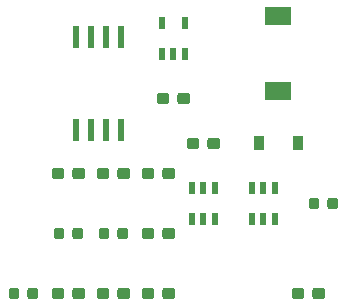
<source format=gbr>
G04 #@! TF.GenerationSoftware,KiCad,Pcbnew,(5.1.2)-1*
G04 #@! TF.CreationDate,2019-09-27T08:17:10+00:00*
G04 #@! TF.ProjectId,lilikitPCB,6c696c69-6b69-4745-9043-422e6b696361,V01*
G04 #@! TF.SameCoordinates,Original*
G04 #@! TF.FileFunction,Paste,Top*
G04 #@! TF.FilePolarity,Positive*
%FSLAX46Y46*%
G04 Gerber Fmt 4.6, Leading zero omitted, Abs format (unit mm)*
G04 Created by KiCad (PCBNEW (5.1.2)-1) date 2019-09-27 08:17:10*
%MOMM*%
%LPD*%
G04 APERTURE LIST*
%ADD10R,0.900000X1.200000*%
%ADD11R,2.200000X1.500000*%
%ADD12C,0.100000*%
%ADD13C,0.950000*%
%ADD14R,0.600000X1.900000*%
%ADD15R,0.600000X1.050000*%
%ADD16C,0.875000*%
G04 APERTURE END LIST*
D10*
X105030000Y-95250000D03*
X108330000Y-95250000D03*
D11*
X106680000Y-84430000D03*
X106680000Y-90830000D03*
D12*
G36*
X90085779Y-97316144D02*
G01*
X90108834Y-97319563D01*
X90131443Y-97325227D01*
X90153387Y-97333079D01*
X90174457Y-97343044D01*
X90194448Y-97355026D01*
X90213168Y-97368910D01*
X90230438Y-97384562D01*
X90246090Y-97401832D01*
X90259974Y-97420552D01*
X90271956Y-97440543D01*
X90281921Y-97461613D01*
X90289773Y-97483557D01*
X90295437Y-97506166D01*
X90298856Y-97529221D01*
X90300000Y-97552500D01*
X90300000Y-98027500D01*
X90298856Y-98050779D01*
X90295437Y-98073834D01*
X90289773Y-98096443D01*
X90281921Y-98118387D01*
X90271956Y-98139457D01*
X90259974Y-98159448D01*
X90246090Y-98178168D01*
X90230438Y-98195438D01*
X90213168Y-98211090D01*
X90194448Y-98224974D01*
X90174457Y-98236956D01*
X90153387Y-98246921D01*
X90131443Y-98254773D01*
X90108834Y-98260437D01*
X90085779Y-98263856D01*
X90062500Y-98265000D01*
X89487500Y-98265000D01*
X89464221Y-98263856D01*
X89441166Y-98260437D01*
X89418557Y-98254773D01*
X89396613Y-98246921D01*
X89375543Y-98236956D01*
X89355552Y-98224974D01*
X89336832Y-98211090D01*
X89319562Y-98195438D01*
X89303910Y-98178168D01*
X89290026Y-98159448D01*
X89278044Y-98139457D01*
X89268079Y-98118387D01*
X89260227Y-98096443D01*
X89254563Y-98073834D01*
X89251144Y-98050779D01*
X89250000Y-98027500D01*
X89250000Y-97552500D01*
X89251144Y-97529221D01*
X89254563Y-97506166D01*
X89260227Y-97483557D01*
X89268079Y-97461613D01*
X89278044Y-97440543D01*
X89290026Y-97420552D01*
X89303910Y-97401832D01*
X89319562Y-97384562D01*
X89336832Y-97368910D01*
X89355552Y-97355026D01*
X89375543Y-97343044D01*
X89396613Y-97333079D01*
X89418557Y-97325227D01*
X89441166Y-97319563D01*
X89464221Y-97316144D01*
X89487500Y-97315000D01*
X90062500Y-97315000D01*
X90085779Y-97316144D01*
X90085779Y-97316144D01*
G37*
D13*
X89775000Y-97790000D03*
D12*
G36*
X88335779Y-97316144D02*
G01*
X88358834Y-97319563D01*
X88381443Y-97325227D01*
X88403387Y-97333079D01*
X88424457Y-97343044D01*
X88444448Y-97355026D01*
X88463168Y-97368910D01*
X88480438Y-97384562D01*
X88496090Y-97401832D01*
X88509974Y-97420552D01*
X88521956Y-97440543D01*
X88531921Y-97461613D01*
X88539773Y-97483557D01*
X88545437Y-97506166D01*
X88548856Y-97529221D01*
X88550000Y-97552500D01*
X88550000Y-98027500D01*
X88548856Y-98050779D01*
X88545437Y-98073834D01*
X88539773Y-98096443D01*
X88531921Y-98118387D01*
X88521956Y-98139457D01*
X88509974Y-98159448D01*
X88496090Y-98178168D01*
X88480438Y-98195438D01*
X88463168Y-98211090D01*
X88444448Y-98224974D01*
X88424457Y-98236956D01*
X88403387Y-98246921D01*
X88381443Y-98254773D01*
X88358834Y-98260437D01*
X88335779Y-98263856D01*
X88312500Y-98265000D01*
X87737500Y-98265000D01*
X87714221Y-98263856D01*
X87691166Y-98260437D01*
X87668557Y-98254773D01*
X87646613Y-98246921D01*
X87625543Y-98236956D01*
X87605552Y-98224974D01*
X87586832Y-98211090D01*
X87569562Y-98195438D01*
X87553910Y-98178168D01*
X87540026Y-98159448D01*
X87528044Y-98139457D01*
X87518079Y-98118387D01*
X87510227Y-98096443D01*
X87504563Y-98073834D01*
X87501144Y-98050779D01*
X87500000Y-98027500D01*
X87500000Y-97552500D01*
X87501144Y-97529221D01*
X87504563Y-97506166D01*
X87510227Y-97483557D01*
X87518079Y-97461613D01*
X87528044Y-97440543D01*
X87540026Y-97420552D01*
X87553910Y-97401832D01*
X87569562Y-97384562D01*
X87586832Y-97368910D01*
X87605552Y-97355026D01*
X87625543Y-97343044D01*
X87646613Y-97333079D01*
X87668557Y-97325227D01*
X87691166Y-97319563D01*
X87714221Y-97316144D01*
X87737500Y-97315000D01*
X88312500Y-97315000D01*
X88335779Y-97316144D01*
X88335779Y-97316144D01*
G37*
D13*
X88025000Y-97790000D03*
D12*
G36*
X92145779Y-97316144D02*
G01*
X92168834Y-97319563D01*
X92191443Y-97325227D01*
X92213387Y-97333079D01*
X92234457Y-97343044D01*
X92254448Y-97355026D01*
X92273168Y-97368910D01*
X92290438Y-97384562D01*
X92306090Y-97401832D01*
X92319974Y-97420552D01*
X92331956Y-97440543D01*
X92341921Y-97461613D01*
X92349773Y-97483557D01*
X92355437Y-97506166D01*
X92358856Y-97529221D01*
X92360000Y-97552500D01*
X92360000Y-98027500D01*
X92358856Y-98050779D01*
X92355437Y-98073834D01*
X92349773Y-98096443D01*
X92341921Y-98118387D01*
X92331956Y-98139457D01*
X92319974Y-98159448D01*
X92306090Y-98178168D01*
X92290438Y-98195438D01*
X92273168Y-98211090D01*
X92254448Y-98224974D01*
X92234457Y-98236956D01*
X92213387Y-98246921D01*
X92191443Y-98254773D01*
X92168834Y-98260437D01*
X92145779Y-98263856D01*
X92122500Y-98265000D01*
X91547500Y-98265000D01*
X91524221Y-98263856D01*
X91501166Y-98260437D01*
X91478557Y-98254773D01*
X91456613Y-98246921D01*
X91435543Y-98236956D01*
X91415552Y-98224974D01*
X91396832Y-98211090D01*
X91379562Y-98195438D01*
X91363910Y-98178168D01*
X91350026Y-98159448D01*
X91338044Y-98139457D01*
X91328079Y-98118387D01*
X91320227Y-98096443D01*
X91314563Y-98073834D01*
X91311144Y-98050779D01*
X91310000Y-98027500D01*
X91310000Y-97552500D01*
X91311144Y-97529221D01*
X91314563Y-97506166D01*
X91320227Y-97483557D01*
X91328079Y-97461613D01*
X91338044Y-97440543D01*
X91350026Y-97420552D01*
X91363910Y-97401832D01*
X91379562Y-97384562D01*
X91396832Y-97368910D01*
X91415552Y-97355026D01*
X91435543Y-97343044D01*
X91456613Y-97333079D01*
X91478557Y-97325227D01*
X91501166Y-97319563D01*
X91524221Y-97316144D01*
X91547500Y-97315000D01*
X92122500Y-97315000D01*
X92145779Y-97316144D01*
X92145779Y-97316144D01*
G37*
D13*
X91835000Y-97790000D03*
D12*
G36*
X93895779Y-97316144D02*
G01*
X93918834Y-97319563D01*
X93941443Y-97325227D01*
X93963387Y-97333079D01*
X93984457Y-97343044D01*
X94004448Y-97355026D01*
X94023168Y-97368910D01*
X94040438Y-97384562D01*
X94056090Y-97401832D01*
X94069974Y-97420552D01*
X94081956Y-97440543D01*
X94091921Y-97461613D01*
X94099773Y-97483557D01*
X94105437Y-97506166D01*
X94108856Y-97529221D01*
X94110000Y-97552500D01*
X94110000Y-98027500D01*
X94108856Y-98050779D01*
X94105437Y-98073834D01*
X94099773Y-98096443D01*
X94091921Y-98118387D01*
X94081956Y-98139457D01*
X94069974Y-98159448D01*
X94056090Y-98178168D01*
X94040438Y-98195438D01*
X94023168Y-98211090D01*
X94004448Y-98224974D01*
X93984457Y-98236956D01*
X93963387Y-98246921D01*
X93941443Y-98254773D01*
X93918834Y-98260437D01*
X93895779Y-98263856D01*
X93872500Y-98265000D01*
X93297500Y-98265000D01*
X93274221Y-98263856D01*
X93251166Y-98260437D01*
X93228557Y-98254773D01*
X93206613Y-98246921D01*
X93185543Y-98236956D01*
X93165552Y-98224974D01*
X93146832Y-98211090D01*
X93129562Y-98195438D01*
X93113910Y-98178168D01*
X93100026Y-98159448D01*
X93088044Y-98139457D01*
X93078079Y-98118387D01*
X93070227Y-98096443D01*
X93064563Y-98073834D01*
X93061144Y-98050779D01*
X93060000Y-98027500D01*
X93060000Y-97552500D01*
X93061144Y-97529221D01*
X93064563Y-97506166D01*
X93070227Y-97483557D01*
X93078079Y-97461613D01*
X93088044Y-97440543D01*
X93100026Y-97420552D01*
X93113910Y-97401832D01*
X93129562Y-97384562D01*
X93146832Y-97368910D01*
X93165552Y-97355026D01*
X93185543Y-97343044D01*
X93206613Y-97333079D01*
X93228557Y-97325227D01*
X93251166Y-97319563D01*
X93274221Y-97316144D01*
X93297500Y-97315000D01*
X93872500Y-97315000D01*
X93895779Y-97316144D01*
X93895779Y-97316144D01*
G37*
D13*
X93585000Y-97790000D03*
D12*
G36*
X97705779Y-97316144D02*
G01*
X97728834Y-97319563D01*
X97751443Y-97325227D01*
X97773387Y-97333079D01*
X97794457Y-97343044D01*
X97814448Y-97355026D01*
X97833168Y-97368910D01*
X97850438Y-97384562D01*
X97866090Y-97401832D01*
X97879974Y-97420552D01*
X97891956Y-97440543D01*
X97901921Y-97461613D01*
X97909773Y-97483557D01*
X97915437Y-97506166D01*
X97918856Y-97529221D01*
X97920000Y-97552500D01*
X97920000Y-98027500D01*
X97918856Y-98050779D01*
X97915437Y-98073834D01*
X97909773Y-98096443D01*
X97901921Y-98118387D01*
X97891956Y-98139457D01*
X97879974Y-98159448D01*
X97866090Y-98178168D01*
X97850438Y-98195438D01*
X97833168Y-98211090D01*
X97814448Y-98224974D01*
X97794457Y-98236956D01*
X97773387Y-98246921D01*
X97751443Y-98254773D01*
X97728834Y-98260437D01*
X97705779Y-98263856D01*
X97682500Y-98265000D01*
X97107500Y-98265000D01*
X97084221Y-98263856D01*
X97061166Y-98260437D01*
X97038557Y-98254773D01*
X97016613Y-98246921D01*
X96995543Y-98236956D01*
X96975552Y-98224974D01*
X96956832Y-98211090D01*
X96939562Y-98195438D01*
X96923910Y-98178168D01*
X96910026Y-98159448D01*
X96898044Y-98139457D01*
X96888079Y-98118387D01*
X96880227Y-98096443D01*
X96874563Y-98073834D01*
X96871144Y-98050779D01*
X96870000Y-98027500D01*
X96870000Y-97552500D01*
X96871144Y-97529221D01*
X96874563Y-97506166D01*
X96880227Y-97483557D01*
X96888079Y-97461613D01*
X96898044Y-97440543D01*
X96910026Y-97420552D01*
X96923910Y-97401832D01*
X96939562Y-97384562D01*
X96956832Y-97368910D01*
X96975552Y-97355026D01*
X96995543Y-97343044D01*
X97016613Y-97333079D01*
X97038557Y-97325227D01*
X97061166Y-97319563D01*
X97084221Y-97316144D01*
X97107500Y-97315000D01*
X97682500Y-97315000D01*
X97705779Y-97316144D01*
X97705779Y-97316144D01*
G37*
D13*
X97395000Y-97790000D03*
D12*
G36*
X95955779Y-97316144D02*
G01*
X95978834Y-97319563D01*
X96001443Y-97325227D01*
X96023387Y-97333079D01*
X96044457Y-97343044D01*
X96064448Y-97355026D01*
X96083168Y-97368910D01*
X96100438Y-97384562D01*
X96116090Y-97401832D01*
X96129974Y-97420552D01*
X96141956Y-97440543D01*
X96151921Y-97461613D01*
X96159773Y-97483557D01*
X96165437Y-97506166D01*
X96168856Y-97529221D01*
X96170000Y-97552500D01*
X96170000Y-98027500D01*
X96168856Y-98050779D01*
X96165437Y-98073834D01*
X96159773Y-98096443D01*
X96151921Y-98118387D01*
X96141956Y-98139457D01*
X96129974Y-98159448D01*
X96116090Y-98178168D01*
X96100438Y-98195438D01*
X96083168Y-98211090D01*
X96064448Y-98224974D01*
X96044457Y-98236956D01*
X96023387Y-98246921D01*
X96001443Y-98254773D01*
X95978834Y-98260437D01*
X95955779Y-98263856D01*
X95932500Y-98265000D01*
X95357500Y-98265000D01*
X95334221Y-98263856D01*
X95311166Y-98260437D01*
X95288557Y-98254773D01*
X95266613Y-98246921D01*
X95245543Y-98236956D01*
X95225552Y-98224974D01*
X95206832Y-98211090D01*
X95189562Y-98195438D01*
X95173910Y-98178168D01*
X95160026Y-98159448D01*
X95148044Y-98139457D01*
X95138079Y-98118387D01*
X95130227Y-98096443D01*
X95124563Y-98073834D01*
X95121144Y-98050779D01*
X95120000Y-98027500D01*
X95120000Y-97552500D01*
X95121144Y-97529221D01*
X95124563Y-97506166D01*
X95130227Y-97483557D01*
X95138079Y-97461613D01*
X95148044Y-97440543D01*
X95160026Y-97420552D01*
X95173910Y-97401832D01*
X95189562Y-97384562D01*
X95206832Y-97368910D01*
X95225552Y-97355026D01*
X95245543Y-97343044D01*
X95266613Y-97333079D01*
X95288557Y-97325227D01*
X95311166Y-97319563D01*
X95334221Y-97316144D01*
X95357500Y-97315000D01*
X95932500Y-97315000D01*
X95955779Y-97316144D01*
X95955779Y-97316144D01*
G37*
D13*
X95645000Y-97790000D03*
D12*
G36*
X95955779Y-102396144D02*
G01*
X95978834Y-102399563D01*
X96001443Y-102405227D01*
X96023387Y-102413079D01*
X96044457Y-102423044D01*
X96064448Y-102435026D01*
X96083168Y-102448910D01*
X96100438Y-102464562D01*
X96116090Y-102481832D01*
X96129974Y-102500552D01*
X96141956Y-102520543D01*
X96151921Y-102541613D01*
X96159773Y-102563557D01*
X96165437Y-102586166D01*
X96168856Y-102609221D01*
X96170000Y-102632500D01*
X96170000Y-103107500D01*
X96168856Y-103130779D01*
X96165437Y-103153834D01*
X96159773Y-103176443D01*
X96151921Y-103198387D01*
X96141956Y-103219457D01*
X96129974Y-103239448D01*
X96116090Y-103258168D01*
X96100438Y-103275438D01*
X96083168Y-103291090D01*
X96064448Y-103304974D01*
X96044457Y-103316956D01*
X96023387Y-103326921D01*
X96001443Y-103334773D01*
X95978834Y-103340437D01*
X95955779Y-103343856D01*
X95932500Y-103345000D01*
X95357500Y-103345000D01*
X95334221Y-103343856D01*
X95311166Y-103340437D01*
X95288557Y-103334773D01*
X95266613Y-103326921D01*
X95245543Y-103316956D01*
X95225552Y-103304974D01*
X95206832Y-103291090D01*
X95189562Y-103275438D01*
X95173910Y-103258168D01*
X95160026Y-103239448D01*
X95148044Y-103219457D01*
X95138079Y-103198387D01*
X95130227Y-103176443D01*
X95124563Y-103153834D01*
X95121144Y-103130779D01*
X95120000Y-103107500D01*
X95120000Y-102632500D01*
X95121144Y-102609221D01*
X95124563Y-102586166D01*
X95130227Y-102563557D01*
X95138079Y-102541613D01*
X95148044Y-102520543D01*
X95160026Y-102500552D01*
X95173910Y-102481832D01*
X95189562Y-102464562D01*
X95206832Y-102448910D01*
X95225552Y-102435026D01*
X95245543Y-102423044D01*
X95266613Y-102413079D01*
X95288557Y-102405227D01*
X95311166Y-102399563D01*
X95334221Y-102396144D01*
X95357500Y-102395000D01*
X95932500Y-102395000D01*
X95955779Y-102396144D01*
X95955779Y-102396144D01*
G37*
D13*
X95645000Y-102870000D03*
D12*
G36*
X97705779Y-102396144D02*
G01*
X97728834Y-102399563D01*
X97751443Y-102405227D01*
X97773387Y-102413079D01*
X97794457Y-102423044D01*
X97814448Y-102435026D01*
X97833168Y-102448910D01*
X97850438Y-102464562D01*
X97866090Y-102481832D01*
X97879974Y-102500552D01*
X97891956Y-102520543D01*
X97901921Y-102541613D01*
X97909773Y-102563557D01*
X97915437Y-102586166D01*
X97918856Y-102609221D01*
X97920000Y-102632500D01*
X97920000Y-103107500D01*
X97918856Y-103130779D01*
X97915437Y-103153834D01*
X97909773Y-103176443D01*
X97901921Y-103198387D01*
X97891956Y-103219457D01*
X97879974Y-103239448D01*
X97866090Y-103258168D01*
X97850438Y-103275438D01*
X97833168Y-103291090D01*
X97814448Y-103304974D01*
X97794457Y-103316956D01*
X97773387Y-103326921D01*
X97751443Y-103334773D01*
X97728834Y-103340437D01*
X97705779Y-103343856D01*
X97682500Y-103345000D01*
X97107500Y-103345000D01*
X97084221Y-103343856D01*
X97061166Y-103340437D01*
X97038557Y-103334773D01*
X97016613Y-103326921D01*
X96995543Y-103316956D01*
X96975552Y-103304974D01*
X96956832Y-103291090D01*
X96939562Y-103275438D01*
X96923910Y-103258168D01*
X96910026Y-103239448D01*
X96898044Y-103219457D01*
X96888079Y-103198387D01*
X96880227Y-103176443D01*
X96874563Y-103153834D01*
X96871144Y-103130779D01*
X96870000Y-103107500D01*
X96870000Y-102632500D01*
X96871144Y-102609221D01*
X96874563Y-102586166D01*
X96880227Y-102563557D01*
X96888079Y-102541613D01*
X96898044Y-102520543D01*
X96910026Y-102500552D01*
X96923910Y-102481832D01*
X96939562Y-102464562D01*
X96956832Y-102448910D01*
X96975552Y-102435026D01*
X96995543Y-102423044D01*
X97016613Y-102413079D01*
X97038557Y-102405227D01*
X97061166Y-102399563D01*
X97084221Y-102396144D01*
X97107500Y-102395000D01*
X97682500Y-102395000D01*
X97705779Y-102396144D01*
X97705779Y-102396144D01*
G37*
D13*
X97395000Y-102870000D03*
D12*
G36*
X93895779Y-107476144D02*
G01*
X93918834Y-107479563D01*
X93941443Y-107485227D01*
X93963387Y-107493079D01*
X93984457Y-107503044D01*
X94004448Y-107515026D01*
X94023168Y-107528910D01*
X94040438Y-107544562D01*
X94056090Y-107561832D01*
X94069974Y-107580552D01*
X94081956Y-107600543D01*
X94091921Y-107621613D01*
X94099773Y-107643557D01*
X94105437Y-107666166D01*
X94108856Y-107689221D01*
X94110000Y-107712500D01*
X94110000Y-108187500D01*
X94108856Y-108210779D01*
X94105437Y-108233834D01*
X94099773Y-108256443D01*
X94091921Y-108278387D01*
X94081956Y-108299457D01*
X94069974Y-108319448D01*
X94056090Y-108338168D01*
X94040438Y-108355438D01*
X94023168Y-108371090D01*
X94004448Y-108384974D01*
X93984457Y-108396956D01*
X93963387Y-108406921D01*
X93941443Y-108414773D01*
X93918834Y-108420437D01*
X93895779Y-108423856D01*
X93872500Y-108425000D01*
X93297500Y-108425000D01*
X93274221Y-108423856D01*
X93251166Y-108420437D01*
X93228557Y-108414773D01*
X93206613Y-108406921D01*
X93185543Y-108396956D01*
X93165552Y-108384974D01*
X93146832Y-108371090D01*
X93129562Y-108355438D01*
X93113910Y-108338168D01*
X93100026Y-108319448D01*
X93088044Y-108299457D01*
X93078079Y-108278387D01*
X93070227Y-108256443D01*
X93064563Y-108233834D01*
X93061144Y-108210779D01*
X93060000Y-108187500D01*
X93060000Y-107712500D01*
X93061144Y-107689221D01*
X93064563Y-107666166D01*
X93070227Y-107643557D01*
X93078079Y-107621613D01*
X93088044Y-107600543D01*
X93100026Y-107580552D01*
X93113910Y-107561832D01*
X93129562Y-107544562D01*
X93146832Y-107528910D01*
X93165552Y-107515026D01*
X93185543Y-107503044D01*
X93206613Y-107493079D01*
X93228557Y-107485227D01*
X93251166Y-107479563D01*
X93274221Y-107476144D01*
X93297500Y-107475000D01*
X93872500Y-107475000D01*
X93895779Y-107476144D01*
X93895779Y-107476144D01*
G37*
D13*
X93585000Y-107950000D03*
D12*
G36*
X92145779Y-107476144D02*
G01*
X92168834Y-107479563D01*
X92191443Y-107485227D01*
X92213387Y-107493079D01*
X92234457Y-107503044D01*
X92254448Y-107515026D01*
X92273168Y-107528910D01*
X92290438Y-107544562D01*
X92306090Y-107561832D01*
X92319974Y-107580552D01*
X92331956Y-107600543D01*
X92341921Y-107621613D01*
X92349773Y-107643557D01*
X92355437Y-107666166D01*
X92358856Y-107689221D01*
X92360000Y-107712500D01*
X92360000Y-108187500D01*
X92358856Y-108210779D01*
X92355437Y-108233834D01*
X92349773Y-108256443D01*
X92341921Y-108278387D01*
X92331956Y-108299457D01*
X92319974Y-108319448D01*
X92306090Y-108338168D01*
X92290438Y-108355438D01*
X92273168Y-108371090D01*
X92254448Y-108384974D01*
X92234457Y-108396956D01*
X92213387Y-108406921D01*
X92191443Y-108414773D01*
X92168834Y-108420437D01*
X92145779Y-108423856D01*
X92122500Y-108425000D01*
X91547500Y-108425000D01*
X91524221Y-108423856D01*
X91501166Y-108420437D01*
X91478557Y-108414773D01*
X91456613Y-108406921D01*
X91435543Y-108396956D01*
X91415552Y-108384974D01*
X91396832Y-108371090D01*
X91379562Y-108355438D01*
X91363910Y-108338168D01*
X91350026Y-108319448D01*
X91338044Y-108299457D01*
X91328079Y-108278387D01*
X91320227Y-108256443D01*
X91314563Y-108233834D01*
X91311144Y-108210779D01*
X91310000Y-108187500D01*
X91310000Y-107712500D01*
X91311144Y-107689221D01*
X91314563Y-107666166D01*
X91320227Y-107643557D01*
X91328079Y-107621613D01*
X91338044Y-107600543D01*
X91350026Y-107580552D01*
X91363910Y-107561832D01*
X91379562Y-107544562D01*
X91396832Y-107528910D01*
X91415552Y-107515026D01*
X91435543Y-107503044D01*
X91456613Y-107493079D01*
X91478557Y-107485227D01*
X91501166Y-107479563D01*
X91524221Y-107476144D01*
X91547500Y-107475000D01*
X92122500Y-107475000D01*
X92145779Y-107476144D01*
X92145779Y-107476144D01*
G37*
D13*
X91835000Y-107950000D03*
D12*
G36*
X98975779Y-90966144D02*
G01*
X98998834Y-90969563D01*
X99021443Y-90975227D01*
X99043387Y-90983079D01*
X99064457Y-90993044D01*
X99084448Y-91005026D01*
X99103168Y-91018910D01*
X99120438Y-91034562D01*
X99136090Y-91051832D01*
X99149974Y-91070552D01*
X99161956Y-91090543D01*
X99171921Y-91111613D01*
X99179773Y-91133557D01*
X99185437Y-91156166D01*
X99188856Y-91179221D01*
X99190000Y-91202500D01*
X99190000Y-91677500D01*
X99188856Y-91700779D01*
X99185437Y-91723834D01*
X99179773Y-91746443D01*
X99171921Y-91768387D01*
X99161956Y-91789457D01*
X99149974Y-91809448D01*
X99136090Y-91828168D01*
X99120438Y-91845438D01*
X99103168Y-91861090D01*
X99084448Y-91874974D01*
X99064457Y-91886956D01*
X99043387Y-91896921D01*
X99021443Y-91904773D01*
X98998834Y-91910437D01*
X98975779Y-91913856D01*
X98952500Y-91915000D01*
X98377500Y-91915000D01*
X98354221Y-91913856D01*
X98331166Y-91910437D01*
X98308557Y-91904773D01*
X98286613Y-91896921D01*
X98265543Y-91886956D01*
X98245552Y-91874974D01*
X98226832Y-91861090D01*
X98209562Y-91845438D01*
X98193910Y-91828168D01*
X98180026Y-91809448D01*
X98168044Y-91789457D01*
X98158079Y-91768387D01*
X98150227Y-91746443D01*
X98144563Y-91723834D01*
X98141144Y-91700779D01*
X98140000Y-91677500D01*
X98140000Y-91202500D01*
X98141144Y-91179221D01*
X98144563Y-91156166D01*
X98150227Y-91133557D01*
X98158079Y-91111613D01*
X98168044Y-91090543D01*
X98180026Y-91070552D01*
X98193910Y-91051832D01*
X98209562Y-91034562D01*
X98226832Y-91018910D01*
X98245552Y-91005026D01*
X98265543Y-90993044D01*
X98286613Y-90983079D01*
X98308557Y-90975227D01*
X98331166Y-90969563D01*
X98354221Y-90966144D01*
X98377500Y-90965000D01*
X98952500Y-90965000D01*
X98975779Y-90966144D01*
X98975779Y-90966144D01*
G37*
D13*
X98665000Y-91440000D03*
D12*
G36*
X97225779Y-90966144D02*
G01*
X97248834Y-90969563D01*
X97271443Y-90975227D01*
X97293387Y-90983079D01*
X97314457Y-90993044D01*
X97334448Y-91005026D01*
X97353168Y-91018910D01*
X97370438Y-91034562D01*
X97386090Y-91051832D01*
X97399974Y-91070552D01*
X97411956Y-91090543D01*
X97421921Y-91111613D01*
X97429773Y-91133557D01*
X97435437Y-91156166D01*
X97438856Y-91179221D01*
X97440000Y-91202500D01*
X97440000Y-91677500D01*
X97438856Y-91700779D01*
X97435437Y-91723834D01*
X97429773Y-91746443D01*
X97421921Y-91768387D01*
X97411956Y-91789457D01*
X97399974Y-91809448D01*
X97386090Y-91828168D01*
X97370438Y-91845438D01*
X97353168Y-91861090D01*
X97334448Y-91874974D01*
X97314457Y-91886956D01*
X97293387Y-91896921D01*
X97271443Y-91904773D01*
X97248834Y-91910437D01*
X97225779Y-91913856D01*
X97202500Y-91915000D01*
X96627500Y-91915000D01*
X96604221Y-91913856D01*
X96581166Y-91910437D01*
X96558557Y-91904773D01*
X96536613Y-91896921D01*
X96515543Y-91886956D01*
X96495552Y-91874974D01*
X96476832Y-91861090D01*
X96459562Y-91845438D01*
X96443910Y-91828168D01*
X96430026Y-91809448D01*
X96418044Y-91789457D01*
X96408079Y-91768387D01*
X96400227Y-91746443D01*
X96394563Y-91723834D01*
X96391144Y-91700779D01*
X96390000Y-91677500D01*
X96390000Y-91202500D01*
X96391144Y-91179221D01*
X96394563Y-91156166D01*
X96400227Y-91133557D01*
X96408079Y-91111613D01*
X96418044Y-91090543D01*
X96430026Y-91070552D01*
X96443910Y-91051832D01*
X96459562Y-91034562D01*
X96476832Y-91018910D01*
X96495552Y-91005026D01*
X96515543Y-90993044D01*
X96536613Y-90983079D01*
X96558557Y-90975227D01*
X96581166Y-90969563D01*
X96604221Y-90966144D01*
X96627500Y-90965000D01*
X97202500Y-90965000D01*
X97225779Y-90966144D01*
X97225779Y-90966144D01*
G37*
D13*
X96915000Y-91440000D03*
D14*
X93345000Y-86220000D03*
X92075000Y-86220000D03*
X90805000Y-86220000D03*
X89535000Y-86220000D03*
X89535000Y-94120000D03*
X90805000Y-94120000D03*
X92075000Y-94120000D03*
X93345000Y-94120000D03*
D15*
X100330000Y-101680000D03*
X101280000Y-101680000D03*
X99380000Y-101680000D03*
X99380000Y-98980000D03*
X100330000Y-98980000D03*
X101280000Y-98980000D03*
X104460000Y-101680000D03*
X105410000Y-101680000D03*
X106360000Y-101680000D03*
X106360000Y-98980000D03*
X104460000Y-98980000D03*
X105410000Y-98980000D03*
X96840000Y-87710000D03*
X97790000Y-87710000D03*
X98740000Y-87710000D03*
X98740000Y-85010000D03*
X96840000Y-85010000D03*
D12*
G36*
X86117691Y-107476053D02*
G01*
X86138926Y-107479203D01*
X86159750Y-107484419D01*
X86179962Y-107491651D01*
X86199368Y-107500830D01*
X86217781Y-107511866D01*
X86235024Y-107524654D01*
X86250930Y-107539070D01*
X86265346Y-107554976D01*
X86278134Y-107572219D01*
X86289170Y-107590632D01*
X86298349Y-107610038D01*
X86305581Y-107630250D01*
X86310797Y-107651074D01*
X86313947Y-107672309D01*
X86315000Y-107693750D01*
X86315000Y-108206250D01*
X86313947Y-108227691D01*
X86310797Y-108248926D01*
X86305581Y-108269750D01*
X86298349Y-108289962D01*
X86289170Y-108309368D01*
X86278134Y-108327781D01*
X86265346Y-108345024D01*
X86250930Y-108360930D01*
X86235024Y-108375346D01*
X86217781Y-108388134D01*
X86199368Y-108399170D01*
X86179962Y-108408349D01*
X86159750Y-108415581D01*
X86138926Y-108420797D01*
X86117691Y-108423947D01*
X86096250Y-108425000D01*
X85658750Y-108425000D01*
X85637309Y-108423947D01*
X85616074Y-108420797D01*
X85595250Y-108415581D01*
X85575038Y-108408349D01*
X85555632Y-108399170D01*
X85537219Y-108388134D01*
X85519976Y-108375346D01*
X85504070Y-108360930D01*
X85489654Y-108345024D01*
X85476866Y-108327781D01*
X85465830Y-108309368D01*
X85456651Y-108289962D01*
X85449419Y-108269750D01*
X85444203Y-108248926D01*
X85441053Y-108227691D01*
X85440000Y-108206250D01*
X85440000Y-107693750D01*
X85441053Y-107672309D01*
X85444203Y-107651074D01*
X85449419Y-107630250D01*
X85456651Y-107610038D01*
X85465830Y-107590632D01*
X85476866Y-107572219D01*
X85489654Y-107554976D01*
X85504070Y-107539070D01*
X85519976Y-107524654D01*
X85537219Y-107511866D01*
X85555632Y-107500830D01*
X85575038Y-107491651D01*
X85595250Y-107484419D01*
X85616074Y-107479203D01*
X85637309Y-107476053D01*
X85658750Y-107475000D01*
X86096250Y-107475000D01*
X86117691Y-107476053D01*
X86117691Y-107476053D01*
G37*
D16*
X85877500Y-107950000D03*
D12*
G36*
X84542691Y-107476053D02*
G01*
X84563926Y-107479203D01*
X84584750Y-107484419D01*
X84604962Y-107491651D01*
X84624368Y-107500830D01*
X84642781Y-107511866D01*
X84660024Y-107524654D01*
X84675930Y-107539070D01*
X84690346Y-107554976D01*
X84703134Y-107572219D01*
X84714170Y-107590632D01*
X84723349Y-107610038D01*
X84730581Y-107630250D01*
X84735797Y-107651074D01*
X84738947Y-107672309D01*
X84740000Y-107693750D01*
X84740000Y-108206250D01*
X84738947Y-108227691D01*
X84735797Y-108248926D01*
X84730581Y-108269750D01*
X84723349Y-108289962D01*
X84714170Y-108309368D01*
X84703134Y-108327781D01*
X84690346Y-108345024D01*
X84675930Y-108360930D01*
X84660024Y-108375346D01*
X84642781Y-108388134D01*
X84624368Y-108399170D01*
X84604962Y-108408349D01*
X84584750Y-108415581D01*
X84563926Y-108420797D01*
X84542691Y-108423947D01*
X84521250Y-108425000D01*
X84083750Y-108425000D01*
X84062309Y-108423947D01*
X84041074Y-108420797D01*
X84020250Y-108415581D01*
X84000038Y-108408349D01*
X83980632Y-108399170D01*
X83962219Y-108388134D01*
X83944976Y-108375346D01*
X83929070Y-108360930D01*
X83914654Y-108345024D01*
X83901866Y-108327781D01*
X83890830Y-108309368D01*
X83881651Y-108289962D01*
X83874419Y-108269750D01*
X83869203Y-108248926D01*
X83866053Y-108227691D01*
X83865000Y-108206250D01*
X83865000Y-107693750D01*
X83866053Y-107672309D01*
X83869203Y-107651074D01*
X83874419Y-107630250D01*
X83881651Y-107610038D01*
X83890830Y-107590632D01*
X83901866Y-107572219D01*
X83914654Y-107554976D01*
X83929070Y-107539070D01*
X83944976Y-107524654D01*
X83962219Y-107511866D01*
X83980632Y-107500830D01*
X84000038Y-107491651D01*
X84020250Y-107484419D01*
X84041074Y-107479203D01*
X84062309Y-107476053D01*
X84083750Y-107475000D01*
X84521250Y-107475000D01*
X84542691Y-107476053D01*
X84542691Y-107476053D01*
G37*
D16*
X84302500Y-107950000D03*
D12*
G36*
X97705779Y-107476144D02*
G01*
X97728834Y-107479563D01*
X97751443Y-107485227D01*
X97773387Y-107493079D01*
X97794457Y-107503044D01*
X97814448Y-107515026D01*
X97833168Y-107528910D01*
X97850438Y-107544562D01*
X97866090Y-107561832D01*
X97879974Y-107580552D01*
X97891956Y-107600543D01*
X97901921Y-107621613D01*
X97909773Y-107643557D01*
X97915437Y-107666166D01*
X97918856Y-107689221D01*
X97920000Y-107712500D01*
X97920000Y-108187500D01*
X97918856Y-108210779D01*
X97915437Y-108233834D01*
X97909773Y-108256443D01*
X97901921Y-108278387D01*
X97891956Y-108299457D01*
X97879974Y-108319448D01*
X97866090Y-108338168D01*
X97850438Y-108355438D01*
X97833168Y-108371090D01*
X97814448Y-108384974D01*
X97794457Y-108396956D01*
X97773387Y-108406921D01*
X97751443Y-108414773D01*
X97728834Y-108420437D01*
X97705779Y-108423856D01*
X97682500Y-108425000D01*
X97107500Y-108425000D01*
X97084221Y-108423856D01*
X97061166Y-108420437D01*
X97038557Y-108414773D01*
X97016613Y-108406921D01*
X96995543Y-108396956D01*
X96975552Y-108384974D01*
X96956832Y-108371090D01*
X96939562Y-108355438D01*
X96923910Y-108338168D01*
X96910026Y-108319448D01*
X96898044Y-108299457D01*
X96888079Y-108278387D01*
X96880227Y-108256443D01*
X96874563Y-108233834D01*
X96871144Y-108210779D01*
X96870000Y-108187500D01*
X96870000Y-107712500D01*
X96871144Y-107689221D01*
X96874563Y-107666166D01*
X96880227Y-107643557D01*
X96888079Y-107621613D01*
X96898044Y-107600543D01*
X96910026Y-107580552D01*
X96923910Y-107561832D01*
X96939562Y-107544562D01*
X96956832Y-107528910D01*
X96975552Y-107515026D01*
X96995543Y-107503044D01*
X97016613Y-107493079D01*
X97038557Y-107485227D01*
X97061166Y-107479563D01*
X97084221Y-107476144D01*
X97107500Y-107475000D01*
X97682500Y-107475000D01*
X97705779Y-107476144D01*
X97705779Y-107476144D01*
G37*
D13*
X97395000Y-107950000D03*
D12*
G36*
X95955779Y-107476144D02*
G01*
X95978834Y-107479563D01*
X96001443Y-107485227D01*
X96023387Y-107493079D01*
X96044457Y-107503044D01*
X96064448Y-107515026D01*
X96083168Y-107528910D01*
X96100438Y-107544562D01*
X96116090Y-107561832D01*
X96129974Y-107580552D01*
X96141956Y-107600543D01*
X96151921Y-107621613D01*
X96159773Y-107643557D01*
X96165437Y-107666166D01*
X96168856Y-107689221D01*
X96170000Y-107712500D01*
X96170000Y-108187500D01*
X96168856Y-108210779D01*
X96165437Y-108233834D01*
X96159773Y-108256443D01*
X96151921Y-108278387D01*
X96141956Y-108299457D01*
X96129974Y-108319448D01*
X96116090Y-108338168D01*
X96100438Y-108355438D01*
X96083168Y-108371090D01*
X96064448Y-108384974D01*
X96044457Y-108396956D01*
X96023387Y-108406921D01*
X96001443Y-108414773D01*
X95978834Y-108420437D01*
X95955779Y-108423856D01*
X95932500Y-108425000D01*
X95357500Y-108425000D01*
X95334221Y-108423856D01*
X95311166Y-108420437D01*
X95288557Y-108414773D01*
X95266613Y-108406921D01*
X95245543Y-108396956D01*
X95225552Y-108384974D01*
X95206832Y-108371090D01*
X95189562Y-108355438D01*
X95173910Y-108338168D01*
X95160026Y-108319448D01*
X95148044Y-108299457D01*
X95138079Y-108278387D01*
X95130227Y-108256443D01*
X95124563Y-108233834D01*
X95121144Y-108210779D01*
X95120000Y-108187500D01*
X95120000Y-107712500D01*
X95121144Y-107689221D01*
X95124563Y-107666166D01*
X95130227Y-107643557D01*
X95138079Y-107621613D01*
X95148044Y-107600543D01*
X95160026Y-107580552D01*
X95173910Y-107561832D01*
X95189562Y-107544562D01*
X95206832Y-107528910D01*
X95225552Y-107515026D01*
X95245543Y-107503044D01*
X95266613Y-107493079D01*
X95288557Y-107485227D01*
X95311166Y-107479563D01*
X95334221Y-107476144D01*
X95357500Y-107475000D01*
X95932500Y-107475000D01*
X95955779Y-107476144D01*
X95955779Y-107476144D01*
G37*
D13*
X95645000Y-107950000D03*
D12*
G36*
X88335779Y-107476144D02*
G01*
X88358834Y-107479563D01*
X88381443Y-107485227D01*
X88403387Y-107493079D01*
X88424457Y-107503044D01*
X88444448Y-107515026D01*
X88463168Y-107528910D01*
X88480438Y-107544562D01*
X88496090Y-107561832D01*
X88509974Y-107580552D01*
X88521956Y-107600543D01*
X88531921Y-107621613D01*
X88539773Y-107643557D01*
X88545437Y-107666166D01*
X88548856Y-107689221D01*
X88550000Y-107712500D01*
X88550000Y-108187500D01*
X88548856Y-108210779D01*
X88545437Y-108233834D01*
X88539773Y-108256443D01*
X88531921Y-108278387D01*
X88521956Y-108299457D01*
X88509974Y-108319448D01*
X88496090Y-108338168D01*
X88480438Y-108355438D01*
X88463168Y-108371090D01*
X88444448Y-108384974D01*
X88424457Y-108396956D01*
X88403387Y-108406921D01*
X88381443Y-108414773D01*
X88358834Y-108420437D01*
X88335779Y-108423856D01*
X88312500Y-108425000D01*
X87737500Y-108425000D01*
X87714221Y-108423856D01*
X87691166Y-108420437D01*
X87668557Y-108414773D01*
X87646613Y-108406921D01*
X87625543Y-108396956D01*
X87605552Y-108384974D01*
X87586832Y-108371090D01*
X87569562Y-108355438D01*
X87553910Y-108338168D01*
X87540026Y-108319448D01*
X87528044Y-108299457D01*
X87518079Y-108278387D01*
X87510227Y-108256443D01*
X87504563Y-108233834D01*
X87501144Y-108210779D01*
X87500000Y-108187500D01*
X87500000Y-107712500D01*
X87501144Y-107689221D01*
X87504563Y-107666166D01*
X87510227Y-107643557D01*
X87518079Y-107621613D01*
X87528044Y-107600543D01*
X87540026Y-107580552D01*
X87553910Y-107561832D01*
X87569562Y-107544562D01*
X87586832Y-107528910D01*
X87605552Y-107515026D01*
X87625543Y-107503044D01*
X87646613Y-107493079D01*
X87668557Y-107485227D01*
X87691166Y-107479563D01*
X87714221Y-107476144D01*
X87737500Y-107475000D01*
X88312500Y-107475000D01*
X88335779Y-107476144D01*
X88335779Y-107476144D01*
G37*
D13*
X88025000Y-107950000D03*
D12*
G36*
X90085779Y-107476144D02*
G01*
X90108834Y-107479563D01*
X90131443Y-107485227D01*
X90153387Y-107493079D01*
X90174457Y-107503044D01*
X90194448Y-107515026D01*
X90213168Y-107528910D01*
X90230438Y-107544562D01*
X90246090Y-107561832D01*
X90259974Y-107580552D01*
X90271956Y-107600543D01*
X90281921Y-107621613D01*
X90289773Y-107643557D01*
X90295437Y-107666166D01*
X90298856Y-107689221D01*
X90300000Y-107712500D01*
X90300000Y-108187500D01*
X90298856Y-108210779D01*
X90295437Y-108233834D01*
X90289773Y-108256443D01*
X90281921Y-108278387D01*
X90271956Y-108299457D01*
X90259974Y-108319448D01*
X90246090Y-108338168D01*
X90230438Y-108355438D01*
X90213168Y-108371090D01*
X90194448Y-108384974D01*
X90174457Y-108396956D01*
X90153387Y-108406921D01*
X90131443Y-108414773D01*
X90108834Y-108420437D01*
X90085779Y-108423856D01*
X90062500Y-108425000D01*
X89487500Y-108425000D01*
X89464221Y-108423856D01*
X89441166Y-108420437D01*
X89418557Y-108414773D01*
X89396613Y-108406921D01*
X89375543Y-108396956D01*
X89355552Y-108384974D01*
X89336832Y-108371090D01*
X89319562Y-108355438D01*
X89303910Y-108338168D01*
X89290026Y-108319448D01*
X89278044Y-108299457D01*
X89268079Y-108278387D01*
X89260227Y-108256443D01*
X89254563Y-108233834D01*
X89251144Y-108210779D01*
X89250000Y-108187500D01*
X89250000Y-107712500D01*
X89251144Y-107689221D01*
X89254563Y-107666166D01*
X89260227Y-107643557D01*
X89268079Y-107621613D01*
X89278044Y-107600543D01*
X89290026Y-107580552D01*
X89303910Y-107561832D01*
X89319562Y-107544562D01*
X89336832Y-107528910D01*
X89355552Y-107515026D01*
X89375543Y-107503044D01*
X89396613Y-107493079D01*
X89418557Y-107485227D01*
X89441166Y-107479563D01*
X89464221Y-107476144D01*
X89487500Y-107475000D01*
X90062500Y-107475000D01*
X90085779Y-107476144D01*
X90085779Y-107476144D01*
G37*
D13*
X89775000Y-107950000D03*
D12*
G36*
X108655779Y-107476144D02*
G01*
X108678834Y-107479563D01*
X108701443Y-107485227D01*
X108723387Y-107493079D01*
X108744457Y-107503044D01*
X108764448Y-107515026D01*
X108783168Y-107528910D01*
X108800438Y-107544562D01*
X108816090Y-107561832D01*
X108829974Y-107580552D01*
X108841956Y-107600543D01*
X108851921Y-107621613D01*
X108859773Y-107643557D01*
X108865437Y-107666166D01*
X108868856Y-107689221D01*
X108870000Y-107712500D01*
X108870000Y-108187500D01*
X108868856Y-108210779D01*
X108865437Y-108233834D01*
X108859773Y-108256443D01*
X108851921Y-108278387D01*
X108841956Y-108299457D01*
X108829974Y-108319448D01*
X108816090Y-108338168D01*
X108800438Y-108355438D01*
X108783168Y-108371090D01*
X108764448Y-108384974D01*
X108744457Y-108396956D01*
X108723387Y-108406921D01*
X108701443Y-108414773D01*
X108678834Y-108420437D01*
X108655779Y-108423856D01*
X108632500Y-108425000D01*
X108057500Y-108425000D01*
X108034221Y-108423856D01*
X108011166Y-108420437D01*
X107988557Y-108414773D01*
X107966613Y-108406921D01*
X107945543Y-108396956D01*
X107925552Y-108384974D01*
X107906832Y-108371090D01*
X107889562Y-108355438D01*
X107873910Y-108338168D01*
X107860026Y-108319448D01*
X107848044Y-108299457D01*
X107838079Y-108278387D01*
X107830227Y-108256443D01*
X107824563Y-108233834D01*
X107821144Y-108210779D01*
X107820000Y-108187500D01*
X107820000Y-107712500D01*
X107821144Y-107689221D01*
X107824563Y-107666166D01*
X107830227Y-107643557D01*
X107838079Y-107621613D01*
X107848044Y-107600543D01*
X107860026Y-107580552D01*
X107873910Y-107561832D01*
X107889562Y-107544562D01*
X107906832Y-107528910D01*
X107925552Y-107515026D01*
X107945543Y-107503044D01*
X107966613Y-107493079D01*
X107988557Y-107485227D01*
X108011166Y-107479563D01*
X108034221Y-107476144D01*
X108057500Y-107475000D01*
X108632500Y-107475000D01*
X108655779Y-107476144D01*
X108655779Y-107476144D01*
G37*
D13*
X108345000Y-107950000D03*
D12*
G36*
X110405779Y-107476144D02*
G01*
X110428834Y-107479563D01*
X110451443Y-107485227D01*
X110473387Y-107493079D01*
X110494457Y-107503044D01*
X110514448Y-107515026D01*
X110533168Y-107528910D01*
X110550438Y-107544562D01*
X110566090Y-107561832D01*
X110579974Y-107580552D01*
X110591956Y-107600543D01*
X110601921Y-107621613D01*
X110609773Y-107643557D01*
X110615437Y-107666166D01*
X110618856Y-107689221D01*
X110620000Y-107712500D01*
X110620000Y-108187500D01*
X110618856Y-108210779D01*
X110615437Y-108233834D01*
X110609773Y-108256443D01*
X110601921Y-108278387D01*
X110591956Y-108299457D01*
X110579974Y-108319448D01*
X110566090Y-108338168D01*
X110550438Y-108355438D01*
X110533168Y-108371090D01*
X110514448Y-108384974D01*
X110494457Y-108396956D01*
X110473387Y-108406921D01*
X110451443Y-108414773D01*
X110428834Y-108420437D01*
X110405779Y-108423856D01*
X110382500Y-108425000D01*
X109807500Y-108425000D01*
X109784221Y-108423856D01*
X109761166Y-108420437D01*
X109738557Y-108414773D01*
X109716613Y-108406921D01*
X109695543Y-108396956D01*
X109675552Y-108384974D01*
X109656832Y-108371090D01*
X109639562Y-108355438D01*
X109623910Y-108338168D01*
X109610026Y-108319448D01*
X109598044Y-108299457D01*
X109588079Y-108278387D01*
X109580227Y-108256443D01*
X109574563Y-108233834D01*
X109571144Y-108210779D01*
X109570000Y-108187500D01*
X109570000Y-107712500D01*
X109571144Y-107689221D01*
X109574563Y-107666166D01*
X109580227Y-107643557D01*
X109588079Y-107621613D01*
X109598044Y-107600543D01*
X109610026Y-107580552D01*
X109623910Y-107561832D01*
X109639562Y-107544562D01*
X109656832Y-107528910D01*
X109675552Y-107515026D01*
X109695543Y-107503044D01*
X109716613Y-107493079D01*
X109738557Y-107485227D01*
X109761166Y-107479563D01*
X109784221Y-107476144D01*
X109807500Y-107475000D01*
X110382500Y-107475000D01*
X110405779Y-107476144D01*
X110405779Y-107476144D01*
G37*
D13*
X110095000Y-107950000D03*
D12*
G36*
X109942691Y-99856053D02*
G01*
X109963926Y-99859203D01*
X109984750Y-99864419D01*
X110004962Y-99871651D01*
X110024368Y-99880830D01*
X110042781Y-99891866D01*
X110060024Y-99904654D01*
X110075930Y-99919070D01*
X110090346Y-99934976D01*
X110103134Y-99952219D01*
X110114170Y-99970632D01*
X110123349Y-99990038D01*
X110130581Y-100010250D01*
X110135797Y-100031074D01*
X110138947Y-100052309D01*
X110140000Y-100073750D01*
X110140000Y-100586250D01*
X110138947Y-100607691D01*
X110135797Y-100628926D01*
X110130581Y-100649750D01*
X110123349Y-100669962D01*
X110114170Y-100689368D01*
X110103134Y-100707781D01*
X110090346Y-100725024D01*
X110075930Y-100740930D01*
X110060024Y-100755346D01*
X110042781Y-100768134D01*
X110024368Y-100779170D01*
X110004962Y-100788349D01*
X109984750Y-100795581D01*
X109963926Y-100800797D01*
X109942691Y-100803947D01*
X109921250Y-100805000D01*
X109483750Y-100805000D01*
X109462309Y-100803947D01*
X109441074Y-100800797D01*
X109420250Y-100795581D01*
X109400038Y-100788349D01*
X109380632Y-100779170D01*
X109362219Y-100768134D01*
X109344976Y-100755346D01*
X109329070Y-100740930D01*
X109314654Y-100725024D01*
X109301866Y-100707781D01*
X109290830Y-100689368D01*
X109281651Y-100669962D01*
X109274419Y-100649750D01*
X109269203Y-100628926D01*
X109266053Y-100607691D01*
X109265000Y-100586250D01*
X109265000Y-100073750D01*
X109266053Y-100052309D01*
X109269203Y-100031074D01*
X109274419Y-100010250D01*
X109281651Y-99990038D01*
X109290830Y-99970632D01*
X109301866Y-99952219D01*
X109314654Y-99934976D01*
X109329070Y-99919070D01*
X109344976Y-99904654D01*
X109362219Y-99891866D01*
X109380632Y-99880830D01*
X109400038Y-99871651D01*
X109420250Y-99864419D01*
X109441074Y-99859203D01*
X109462309Y-99856053D01*
X109483750Y-99855000D01*
X109921250Y-99855000D01*
X109942691Y-99856053D01*
X109942691Y-99856053D01*
G37*
D16*
X109702500Y-100330000D03*
D12*
G36*
X111517691Y-99856053D02*
G01*
X111538926Y-99859203D01*
X111559750Y-99864419D01*
X111579962Y-99871651D01*
X111599368Y-99880830D01*
X111617781Y-99891866D01*
X111635024Y-99904654D01*
X111650930Y-99919070D01*
X111665346Y-99934976D01*
X111678134Y-99952219D01*
X111689170Y-99970632D01*
X111698349Y-99990038D01*
X111705581Y-100010250D01*
X111710797Y-100031074D01*
X111713947Y-100052309D01*
X111715000Y-100073750D01*
X111715000Y-100586250D01*
X111713947Y-100607691D01*
X111710797Y-100628926D01*
X111705581Y-100649750D01*
X111698349Y-100669962D01*
X111689170Y-100689368D01*
X111678134Y-100707781D01*
X111665346Y-100725024D01*
X111650930Y-100740930D01*
X111635024Y-100755346D01*
X111617781Y-100768134D01*
X111599368Y-100779170D01*
X111579962Y-100788349D01*
X111559750Y-100795581D01*
X111538926Y-100800797D01*
X111517691Y-100803947D01*
X111496250Y-100805000D01*
X111058750Y-100805000D01*
X111037309Y-100803947D01*
X111016074Y-100800797D01*
X110995250Y-100795581D01*
X110975038Y-100788349D01*
X110955632Y-100779170D01*
X110937219Y-100768134D01*
X110919976Y-100755346D01*
X110904070Y-100740930D01*
X110889654Y-100725024D01*
X110876866Y-100707781D01*
X110865830Y-100689368D01*
X110856651Y-100669962D01*
X110849419Y-100649750D01*
X110844203Y-100628926D01*
X110841053Y-100607691D01*
X110840000Y-100586250D01*
X110840000Y-100073750D01*
X110841053Y-100052309D01*
X110844203Y-100031074D01*
X110849419Y-100010250D01*
X110856651Y-99990038D01*
X110865830Y-99970632D01*
X110876866Y-99952219D01*
X110889654Y-99934976D01*
X110904070Y-99919070D01*
X110919976Y-99904654D01*
X110937219Y-99891866D01*
X110955632Y-99880830D01*
X110975038Y-99871651D01*
X110995250Y-99864419D01*
X111016074Y-99859203D01*
X111037309Y-99856053D01*
X111058750Y-99855000D01*
X111496250Y-99855000D01*
X111517691Y-99856053D01*
X111517691Y-99856053D01*
G37*
D16*
X111277500Y-100330000D03*
D12*
G36*
X101515779Y-94776144D02*
G01*
X101538834Y-94779563D01*
X101561443Y-94785227D01*
X101583387Y-94793079D01*
X101604457Y-94803044D01*
X101624448Y-94815026D01*
X101643168Y-94828910D01*
X101660438Y-94844562D01*
X101676090Y-94861832D01*
X101689974Y-94880552D01*
X101701956Y-94900543D01*
X101711921Y-94921613D01*
X101719773Y-94943557D01*
X101725437Y-94966166D01*
X101728856Y-94989221D01*
X101730000Y-95012500D01*
X101730000Y-95487500D01*
X101728856Y-95510779D01*
X101725437Y-95533834D01*
X101719773Y-95556443D01*
X101711921Y-95578387D01*
X101701956Y-95599457D01*
X101689974Y-95619448D01*
X101676090Y-95638168D01*
X101660438Y-95655438D01*
X101643168Y-95671090D01*
X101624448Y-95684974D01*
X101604457Y-95696956D01*
X101583387Y-95706921D01*
X101561443Y-95714773D01*
X101538834Y-95720437D01*
X101515779Y-95723856D01*
X101492500Y-95725000D01*
X100917500Y-95725000D01*
X100894221Y-95723856D01*
X100871166Y-95720437D01*
X100848557Y-95714773D01*
X100826613Y-95706921D01*
X100805543Y-95696956D01*
X100785552Y-95684974D01*
X100766832Y-95671090D01*
X100749562Y-95655438D01*
X100733910Y-95638168D01*
X100720026Y-95619448D01*
X100708044Y-95599457D01*
X100698079Y-95578387D01*
X100690227Y-95556443D01*
X100684563Y-95533834D01*
X100681144Y-95510779D01*
X100680000Y-95487500D01*
X100680000Y-95012500D01*
X100681144Y-94989221D01*
X100684563Y-94966166D01*
X100690227Y-94943557D01*
X100698079Y-94921613D01*
X100708044Y-94900543D01*
X100720026Y-94880552D01*
X100733910Y-94861832D01*
X100749562Y-94844562D01*
X100766832Y-94828910D01*
X100785552Y-94815026D01*
X100805543Y-94803044D01*
X100826613Y-94793079D01*
X100848557Y-94785227D01*
X100871166Y-94779563D01*
X100894221Y-94776144D01*
X100917500Y-94775000D01*
X101492500Y-94775000D01*
X101515779Y-94776144D01*
X101515779Y-94776144D01*
G37*
D13*
X101205000Y-95250000D03*
D12*
G36*
X99765779Y-94776144D02*
G01*
X99788834Y-94779563D01*
X99811443Y-94785227D01*
X99833387Y-94793079D01*
X99854457Y-94803044D01*
X99874448Y-94815026D01*
X99893168Y-94828910D01*
X99910438Y-94844562D01*
X99926090Y-94861832D01*
X99939974Y-94880552D01*
X99951956Y-94900543D01*
X99961921Y-94921613D01*
X99969773Y-94943557D01*
X99975437Y-94966166D01*
X99978856Y-94989221D01*
X99980000Y-95012500D01*
X99980000Y-95487500D01*
X99978856Y-95510779D01*
X99975437Y-95533834D01*
X99969773Y-95556443D01*
X99961921Y-95578387D01*
X99951956Y-95599457D01*
X99939974Y-95619448D01*
X99926090Y-95638168D01*
X99910438Y-95655438D01*
X99893168Y-95671090D01*
X99874448Y-95684974D01*
X99854457Y-95696956D01*
X99833387Y-95706921D01*
X99811443Y-95714773D01*
X99788834Y-95720437D01*
X99765779Y-95723856D01*
X99742500Y-95725000D01*
X99167500Y-95725000D01*
X99144221Y-95723856D01*
X99121166Y-95720437D01*
X99098557Y-95714773D01*
X99076613Y-95706921D01*
X99055543Y-95696956D01*
X99035552Y-95684974D01*
X99016832Y-95671090D01*
X98999562Y-95655438D01*
X98983910Y-95638168D01*
X98970026Y-95619448D01*
X98958044Y-95599457D01*
X98948079Y-95578387D01*
X98940227Y-95556443D01*
X98934563Y-95533834D01*
X98931144Y-95510779D01*
X98930000Y-95487500D01*
X98930000Y-95012500D01*
X98931144Y-94989221D01*
X98934563Y-94966166D01*
X98940227Y-94943557D01*
X98948079Y-94921613D01*
X98958044Y-94900543D01*
X98970026Y-94880552D01*
X98983910Y-94861832D01*
X98999562Y-94844562D01*
X99016832Y-94828910D01*
X99035552Y-94815026D01*
X99055543Y-94803044D01*
X99076613Y-94793079D01*
X99098557Y-94785227D01*
X99121166Y-94779563D01*
X99144221Y-94776144D01*
X99167500Y-94775000D01*
X99742500Y-94775000D01*
X99765779Y-94776144D01*
X99765779Y-94776144D01*
G37*
D13*
X99455000Y-95250000D03*
D12*
G36*
X89927691Y-102396053D02*
G01*
X89948926Y-102399203D01*
X89969750Y-102404419D01*
X89989962Y-102411651D01*
X90009368Y-102420830D01*
X90027781Y-102431866D01*
X90045024Y-102444654D01*
X90060930Y-102459070D01*
X90075346Y-102474976D01*
X90088134Y-102492219D01*
X90099170Y-102510632D01*
X90108349Y-102530038D01*
X90115581Y-102550250D01*
X90120797Y-102571074D01*
X90123947Y-102592309D01*
X90125000Y-102613750D01*
X90125000Y-103126250D01*
X90123947Y-103147691D01*
X90120797Y-103168926D01*
X90115581Y-103189750D01*
X90108349Y-103209962D01*
X90099170Y-103229368D01*
X90088134Y-103247781D01*
X90075346Y-103265024D01*
X90060930Y-103280930D01*
X90045024Y-103295346D01*
X90027781Y-103308134D01*
X90009368Y-103319170D01*
X89989962Y-103328349D01*
X89969750Y-103335581D01*
X89948926Y-103340797D01*
X89927691Y-103343947D01*
X89906250Y-103345000D01*
X89468750Y-103345000D01*
X89447309Y-103343947D01*
X89426074Y-103340797D01*
X89405250Y-103335581D01*
X89385038Y-103328349D01*
X89365632Y-103319170D01*
X89347219Y-103308134D01*
X89329976Y-103295346D01*
X89314070Y-103280930D01*
X89299654Y-103265024D01*
X89286866Y-103247781D01*
X89275830Y-103229368D01*
X89266651Y-103209962D01*
X89259419Y-103189750D01*
X89254203Y-103168926D01*
X89251053Y-103147691D01*
X89250000Y-103126250D01*
X89250000Y-102613750D01*
X89251053Y-102592309D01*
X89254203Y-102571074D01*
X89259419Y-102550250D01*
X89266651Y-102530038D01*
X89275830Y-102510632D01*
X89286866Y-102492219D01*
X89299654Y-102474976D01*
X89314070Y-102459070D01*
X89329976Y-102444654D01*
X89347219Y-102431866D01*
X89365632Y-102420830D01*
X89385038Y-102411651D01*
X89405250Y-102404419D01*
X89426074Y-102399203D01*
X89447309Y-102396053D01*
X89468750Y-102395000D01*
X89906250Y-102395000D01*
X89927691Y-102396053D01*
X89927691Y-102396053D01*
G37*
D16*
X89687500Y-102870000D03*
D12*
G36*
X88352691Y-102396053D02*
G01*
X88373926Y-102399203D01*
X88394750Y-102404419D01*
X88414962Y-102411651D01*
X88434368Y-102420830D01*
X88452781Y-102431866D01*
X88470024Y-102444654D01*
X88485930Y-102459070D01*
X88500346Y-102474976D01*
X88513134Y-102492219D01*
X88524170Y-102510632D01*
X88533349Y-102530038D01*
X88540581Y-102550250D01*
X88545797Y-102571074D01*
X88548947Y-102592309D01*
X88550000Y-102613750D01*
X88550000Y-103126250D01*
X88548947Y-103147691D01*
X88545797Y-103168926D01*
X88540581Y-103189750D01*
X88533349Y-103209962D01*
X88524170Y-103229368D01*
X88513134Y-103247781D01*
X88500346Y-103265024D01*
X88485930Y-103280930D01*
X88470024Y-103295346D01*
X88452781Y-103308134D01*
X88434368Y-103319170D01*
X88414962Y-103328349D01*
X88394750Y-103335581D01*
X88373926Y-103340797D01*
X88352691Y-103343947D01*
X88331250Y-103345000D01*
X87893750Y-103345000D01*
X87872309Y-103343947D01*
X87851074Y-103340797D01*
X87830250Y-103335581D01*
X87810038Y-103328349D01*
X87790632Y-103319170D01*
X87772219Y-103308134D01*
X87754976Y-103295346D01*
X87739070Y-103280930D01*
X87724654Y-103265024D01*
X87711866Y-103247781D01*
X87700830Y-103229368D01*
X87691651Y-103209962D01*
X87684419Y-103189750D01*
X87679203Y-103168926D01*
X87676053Y-103147691D01*
X87675000Y-103126250D01*
X87675000Y-102613750D01*
X87676053Y-102592309D01*
X87679203Y-102571074D01*
X87684419Y-102550250D01*
X87691651Y-102530038D01*
X87700830Y-102510632D01*
X87711866Y-102492219D01*
X87724654Y-102474976D01*
X87739070Y-102459070D01*
X87754976Y-102444654D01*
X87772219Y-102431866D01*
X87790632Y-102420830D01*
X87810038Y-102411651D01*
X87830250Y-102404419D01*
X87851074Y-102399203D01*
X87872309Y-102396053D01*
X87893750Y-102395000D01*
X88331250Y-102395000D01*
X88352691Y-102396053D01*
X88352691Y-102396053D01*
G37*
D16*
X88112500Y-102870000D03*
D12*
G36*
X92162691Y-102396053D02*
G01*
X92183926Y-102399203D01*
X92204750Y-102404419D01*
X92224962Y-102411651D01*
X92244368Y-102420830D01*
X92262781Y-102431866D01*
X92280024Y-102444654D01*
X92295930Y-102459070D01*
X92310346Y-102474976D01*
X92323134Y-102492219D01*
X92334170Y-102510632D01*
X92343349Y-102530038D01*
X92350581Y-102550250D01*
X92355797Y-102571074D01*
X92358947Y-102592309D01*
X92360000Y-102613750D01*
X92360000Y-103126250D01*
X92358947Y-103147691D01*
X92355797Y-103168926D01*
X92350581Y-103189750D01*
X92343349Y-103209962D01*
X92334170Y-103229368D01*
X92323134Y-103247781D01*
X92310346Y-103265024D01*
X92295930Y-103280930D01*
X92280024Y-103295346D01*
X92262781Y-103308134D01*
X92244368Y-103319170D01*
X92224962Y-103328349D01*
X92204750Y-103335581D01*
X92183926Y-103340797D01*
X92162691Y-103343947D01*
X92141250Y-103345000D01*
X91703750Y-103345000D01*
X91682309Y-103343947D01*
X91661074Y-103340797D01*
X91640250Y-103335581D01*
X91620038Y-103328349D01*
X91600632Y-103319170D01*
X91582219Y-103308134D01*
X91564976Y-103295346D01*
X91549070Y-103280930D01*
X91534654Y-103265024D01*
X91521866Y-103247781D01*
X91510830Y-103229368D01*
X91501651Y-103209962D01*
X91494419Y-103189750D01*
X91489203Y-103168926D01*
X91486053Y-103147691D01*
X91485000Y-103126250D01*
X91485000Y-102613750D01*
X91486053Y-102592309D01*
X91489203Y-102571074D01*
X91494419Y-102550250D01*
X91501651Y-102530038D01*
X91510830Y-102510632D01*
X91521866Y-102492219D01*
X91534654Y-102474976D01*
X91549070Y-102459070D01*
X91564976Y-102444654D01*
X91582219Y-102431866D01*
X91600632Y-102420830D01*
X91620038Y-102411651D01*
X91640250Y-102404419D01*
X91661074Y-102399203D01*
X91682309Y-102396053D01*
X91703750Y-102395000D01*
X92141250Y-102395000D01*
X92162691Y-102396053D01*
X92162691Y-102396053D01*
G37*
D16*
X91922500Y-102870000D03*
D12*
G36*
X93737691Y-102396053D02*
G01*
X93758926Y-102399203D01*
X93779750Y-102404419D01*
X93799962Y-102411651D01*
X93819368Y-102420830D01*
X93837781Y-102431866D01*
X93855024Y-102444654D01*
X93870930Y-102459070D01*
X93885346Y-102474976D01*
X93898134Y-102492219D01*
X93909170Y-102510632D01*
X93918349Y-102530038D01*
X93925581Y-102550250D01*
X93930797Y-102571074D01*
X93933947Y-102592309D01*
X93935000Y-102613750D01*
X93935000Y-103126250D01*
X93933947Y-103147691D01*
X93930797Y-103168926D01*
X93925581Y-103189750D01*
X93918349Y-103209962D01*
X93909170Y-103229368D01*
X93898134Y-103247781D01*
X93885346Y-103265024D01*
X93870930Y-103280930D01*
X93855024Y-103295346D01*
X93837781Y-103308134D01*
X93819368Y-103319170D01*
X93799962Y-103328349D01*
X93779750Y-103335581D01*
X93758926Y-103340797D01*
X93737691Y-103343947D01*
X93716250Y-103345000D01*
X93278750Y-103345000D01*
X93257309Y-103343947D01*
X93236074Y-103340797D01*
X93215250Y-103335581D01*
X93195038Y-103328349D01*
X93175632Y-103319170D01*
X93157219Y-103308134D01*
X93139976Y-103295346D01*
X93124070Y-103280930D01*
X93109654Y-103265024D01*
X93096866Y-103247781D01*
X93085830Y-103229368D01*
X93076651Y-103209962D01*
X93069419Y-103189750D01*
X93064203Y-103168926D01*
X93061053Y-103147691D01*
X93060000Y-103126250D01*
X93060000Y-102613750D01*
X93061053Y-102592309D01*
X93064203Y-102571074D01*
X93069419Y-102550250D01*
X93076651Y-102530038D01*
X93085830Y-102510632D01*
X93096866Y-102492219D01*
X93109654Y-102474976D01*
X93124070Y-102459070D01*
X93139976Y-102444654D01*
X93157219Y-102431866D01*
X93175632Y-102420830D01*
X93195038Y-102411651D01*
X93215250Y-102404419D01*
X93236074Y-102399203D01*
X93257309Y-102396053D01*
X93278750Y-102395000D01*
X93716250Y-102395000D01*
X93737691Y-102396053D01*
X93737691Y-102396053D01*
G37*
D16*
X93497500Y-102870000D03*
M02*

</source>
